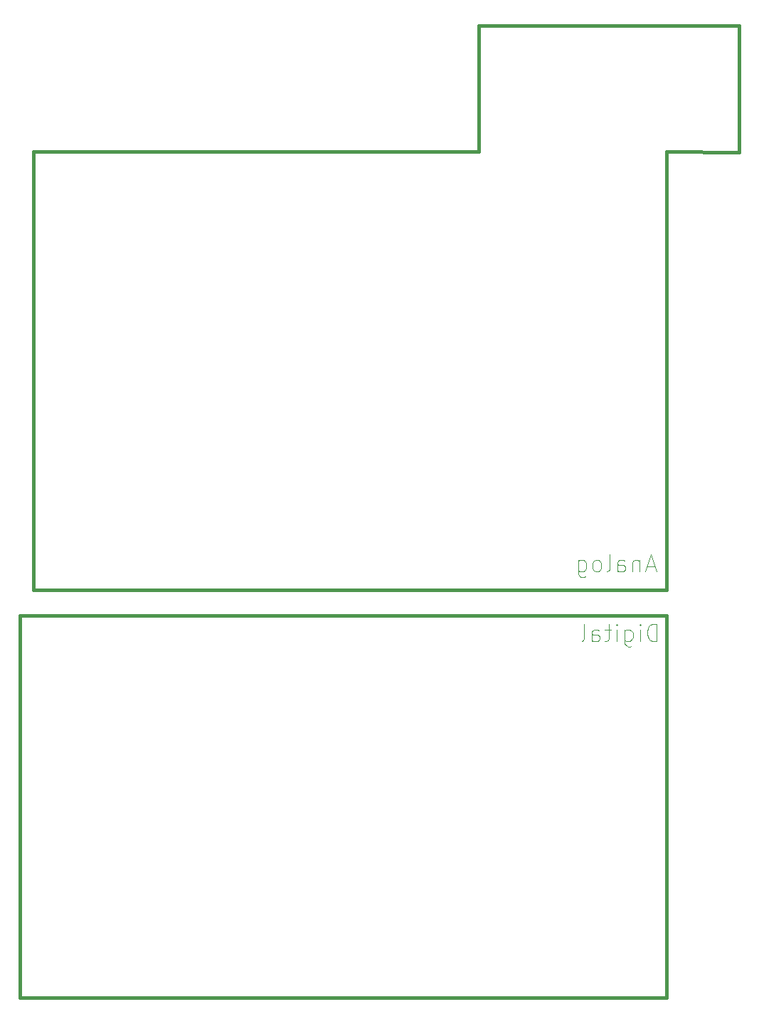
<source format=gbo>
G04 #@! TF.GenerationSoftware,KiCad,Pcbnew,9.0.0*
G04 #@! TF.CreationDate,2025-04-29T18:09:41-05:00*
G04 #@! TF.ProjectId,Mainboard,4d61696e-626f-4617-9264-2e6b69636164,rev?*
G04 #@! TF.SameCoordinates,Original*
G04 #@! TF.FileFunction,Legend,Bot*
G04 #@! TF.FilePolarity,Positive*
%FSLAX46Y46*%
G04 Gerber Fmt 4.6, Leading zero omitted, Abs format (unit mm)*
G04 Created by KiCad (PCBNEW 9.0.0) date 2025-04-29 18:09:41*
%MOMM*%
%LPD*%
G01*
G04 APERTURE LIST*
%ADD10C,0.400000*%
%ADD11C,0.125000*%
%ADD12R,1.700000X1.700000*%
%ADD13O,1.700000X1.700000*%
%ADD14O,1.600000X1.600000*%
%ADD15R,1.600000X1.600000*%
%ADD16C,1.600000*%
%ADD17C,0.700000*%
%ADD18C,4.400000*%
%ADD19C,4.572000*%
%ADD20C,1.561000*%
%ADD21R,1.561000X1.561000*%
G04 APERTURE END LIST*
D10*
X200150000Y-53950000D02*
X200150000Y-106075000D01*
X208800000Y-54000000D02*
X200150000Y-53950000D01*
X200150000Y-106075000D02*
X124750000Y-106075000D01*
X208800000Y-39000000D02*
X208800000Y-54000000D01*
X177800000Y-39000000D02*
X208800000Y-39000000D01*
X177800000Y-53950000D02*
X177800000Y-39000000D01*
X124750000Y-53950000D02*
X177800000Y-53950000D01*
X124750000Y-106075000D02*
X124750000Y-53950000D01*
D11*
X198966573Y-112173738D02*
X198966573Y-110173738D01*
X198966573Y-110173738D02*
X198490383Y-110173738D01*
X198490383Y-110173738D02*
X198204668Y-110268976D01*
X198204668Y-110268976D02*
X198014192Y-110459452D01*
X198014192Y-110459452D02*
X197918954Y-110649928D01*
X197918954Y-110649928D02*
X197823716Y-111030880D01*
X197823716Y-111030880D02*
X197823716Y-111316595D01*
X197823716Y-111316595D02*
X197918954Y-111697547D01*
X197918954Y-111697547D02*
X198014192Y-111888023D01*
X198014192Y-111888023D02*
X198204668Y-112078500D01*
X198204668Y-112078500D02*
X198490383Y-112173738D01*
X198490383Y-112173738D02*
X198966573Y-112173738D01*
X196966573Y-112173738D02*
X196966573Y-110840404D01*
X196966573Y-110173738D02*
X197061811Y-110268976D01*
X197061811Y-110268976D02*
X196966573Y-110364214D01*
X196966573Y-110364214D02*
X196871335Y-110268976D01*
X196871335Y-110268976D02*
X196966573Y-110173738D01*
X196966573Y-110173738D02*
X196966573Y-110364214D01*
X195157049Y-110840404D02*
X195157049Y-112459452D01*
X195157049Y-112459452D02*
X195252287Y-112649928D01*
X195252287Y-112649928D02*
X195347525Y-112745166D01*
X195347525Y-112745166D02*
X195538002Y-112840404D01*
X195538002Y-112840404D02*
X195823716Y-112840404D01*
X195823716Y-112840404D02*
X196014192Y-112745166D01*
X195157049Y-112078500D02*
X195347525Y-112173738D01*
X195347525Y-112173738D02*
X195728478Y-112173738D01*
X195728478Y-112173738D02*
X195918954Y-112078500D01*
X195918954Y-112078500D02*
X196014192Y-111983261D01*
X196014192Y-111983261D02*
X196109430Y-111792785D01*
X196109430Y-111792785D02*
X196109430Y-111221357D01*
X196109430Y-111221357D02*
X196014192Y-111030880D01*
X196014192Y-111030880D02*
X195918954Y-110935642D01*
X195918954Y-110935642D02*
X195728478Y-110840404D01*
X195728478Y-110840404D02*
X195347525Y-110840404D01*
X195347525Y-110840404D02*
X195157049Y-110935642D01*
X194204668Y-112173738D02*
X194204668Y-110840404D01*
X194204668Y-110173738D02*
X194299906Y-110268976D01*
X194299906Y-110268976D02*
X194204668Y-110364214D01*
X194204668Y-110364214D02*
X194109430Y-110268976D01*
X194109430Y-110268976D02*
X194204668Y-110173738D01*
X194204668Y-110173738D02*
X194204668Y-110364214D01*
X193538001Y-110840404D02*
X192776097Y-110840404D01*
X193252287Y-110173738D02*
X193252287Y-111888023D01*
X193252287Y-111888023D02*
X193157049Y-112078500D01*
X193157049Y-112078500D02*
X192966573Y-112173738D01*
X192966573Y-112173738D02*
X192776097Y-112173738D01*
X191252287Y-112173738D02*
X191252287Y-111126119D01*
X191252287Y-111126119D02*
X191347525Y-110935642D01*
X191347525Y-110935642D02*
X191538001Y-110840404D01*
X191538001Y-110840404D02*
X191918954Y-110840404D01*
X191918954Y-110840404D02*
X192109430Y-110935642D01*
X191252287Y-112078500D02*
X191442763Y-112173738D01*
X191442763Y-112173738D02*
X191918954Y-112173738D01*
X191918954Y-112173738D02*
X192109430Y-112078500D01*
X192109430Y-112078500D02*
X192204668Y-111888023D01*
X192204668Y-111888023D02*
X192204668Y-111697547D01*
X192204668Y-111697547D02*
X192109430Y-111507071D01*
X192109430Y-111507071D02*
X191918954Y-111411833D01*
X191918954Y-111411833D02*
X191442763Y-111411833D01*
X191442763Y-111411833D02*
X191252287Y-111316595D01*
X190014192Y-112173738D02*
X190204668Y-112078500D01*
X190204668Y-112078500D02*
X190299906Y-111888023D01*
X190299906Y-111888023D02*
X190299906Y-110173738D01*
X198761811Y-103327309D02*
X197809430Y-103327309D01*
X198952287Y-103898738D02*
X198285621Y-101898738D01*
X198285621Y-101898738D02*
X197618954Y-103898738D01*
X196952287Y-102565404D02*
X196952287Y-103898738D01*
X196952287Y-102755880D02*
X196857049Y-102660642D01*
X196857049Y-102660642D02*
X196666573Y-102565404D01*
X196666573Y-102565404D02*
X196380858Y-102565404D01*
X196380858Y-102565404D02*
X196190382Y-102660642D01*
X196190382Y-102660642D02*
X196095144Y-102851119D01*
X196095144Y-102851119D02*
X196095144Y-103898738D01*
X194285620Y-103898738D02*
X194285620Y-102851119D01*
X194285620Y-102851119D02*
X194380858Y-102660642D01*
X194380858Y-102660642D02*
X194571334Y-102565404D01*
X194571334Y-102565404D02*
X194952287Y-102565404D01*
X194952287Y-102565404D02*
X195142763Y-102660642D01*
X194285620Y-103803500D02*
X194476096Y-103898738D01*
X194476096Y-103898738D02*
X194952287Y-103898738D01*
X194952287Y-103898738D02*
X195142763Y-103803500D01*
X195142763Y-103803500D02*
X195238001Y-103613023D01*
X195238001Y-103613023D02*
X195238001Y-103422547D01*
X195238001Y-103422547D02*
X195142763Y-103232071D01*
X195142763Y-103232071D02*
X194952287Y-103136833D01*
X194952287Y-103136833D02*
X194476096Y-103136833D01*
X194476096Y-103136833D02*
X194285620Y-103041595D01*
X193047525Y-103898738D02*
X193238001Y-103803500D01*
X193238001Y-103803500D02*
X193333239Y-103613023D01*
X193333239Y-103613023D02*
X193333239Y-101898738D01*
X191999906Y-103898738D02*
X192190382Y-103803500D01*
X192190382Y-103803500D02*
X192285620Y-103708261D01*
X192285620Y-103708261D02*
X192380858Y-103517785D01*
X192380858Y-103517785D02*
X192380858Y-102946357D01*
X192380858Y-102946357D02*
X192285620Y-102755880D01*
X192285620Y-102755880D02*
X192190382Y-102660642D01*
X192190382Y-102660642D02*
X191999906Y-102565404D01*
X191999906Y-102565404D02*
X191714191Y-102565404D01*
X191714191Y-102565404D02*
X191523715Y-102660642D01*
X191523715Y-102660642D02*
X191428477Y-102755880D01*
X191428477Y-102755880D02*
X191333239Y-102946357D01*
X191333239Y-102946357D02*
X191333239Y-103517785D01*
X191333239Y-103517785D02*
X191428477Y-103708261D01*
X191428477Y-103708261D02*
X191523715Y-103803500D01*
X191523715Y-103803500D02*
X191714191Y-103898738D01*
X191714191Y-103898738D02*
X191999906Y-103898738D01*
X189618953Y-102565404D02*
X189618953Y-104184452D01*
X189618953Y-104184452D02*
X189714191Y-104374928D01*
X189714191Y-104374928D02*
X189809429Y-104470166D01*
X189809429Y-104470166D02*
X189999906Y-104565404D01*
X189999906Y-104565404D02*
X190285620Y-104565404D01*
X190285620Y-104565404D02*
X190476096Y-104470166D01*
X189618953Y-103803500D02*
X189809429Y-103898738D01*
X189809429Y-103898738D02*
X190190382Y-103898738D01*
X190190382Y-103898738D02*
X190380858Y-103803500D01*
X190380858Y-103803500D02*
X190476096Y-103708261D01*
X190476096Y-103708261D02*
X190571334Y-103517785D01*
X190571334Y-103517785D02*
X190571334Y-102946357D01*
X190571334Y-102946357D02*
X190476096Y-102755880D01*
X190476096Y-102755880D02*
X190380858Y-102660642D01*
X190380858Y-102660642D02*
X190190382Y-102565404D01*
X190190382Y-102565404D02*
X189809429Y-102565404D01*
X189809429Y-102565404D02*
X189618953Y-102660642D01*
D10*
X123150000Y-109150000D02*
X200100000Y-109150000D01*
X200100000Y-154650000D01*
X123150000Y-154650000D01*
X123150000Y-109150000D01*
%LPC*%
D12*
G04 #@! TO.C,J6*
X170000000Y-58525000D03*
D13*
X170000000Y-61065000D03*
G04 #@! TD*
D14*
G04 #@! TO.C,A1*
X192035000Y-120835000D03*
X192035000Y-123375000D03*
X192035000Y-125915000D03*
X192035000Y-128455000D03*
X192035000Y-130995000D03*
X192035000Y-133535000D03*
X192035000Y-136075000D03*
X192035000Y-138615000D03*
X179335000Y-138615000D03*
X179335000Y-136075000D03*
X179335000Y-133535000D03*
X179335000Y-130995000D03*
X179335000Y-128455000D03*
X179335000Y-125915000D03*
X179335000Y-123375000D03*
D15*
X179335000Y-120835000D03*
G04 #@! TD*
D16*
G04 #@! TO.C,C80*
X187050000Y-144375000D03*
D15*
X184550000Y-144375000D03*
G04 #@! TD*
D17*
G04 #@! TO.C,H1*
X218683274Y-154833274D03*
X219166548Y-153666548D03*
X219166548Y-156000000D03*
X220333274Y-153183274D03*
D18*
X220333274Y-154833274D03*
D17*
X220333274Y-156483274D03*
X221500000Y-153666548D03*
X221500000Y-156000000D03*
X221983274Y-154833274D03*
G04 #@! TD*
D16*
G04 #@! TO.C,C85*
X182100000Y-50400000D03*
D15*
X182100000Y-47900000D03*
G04 #@! TD*
D13*
G04 #@! TO.C,J5*
X189800000Y-97735000D03*
D12*
X189800000Y-100275000D03*
G04 #@! TD*
D14*
G04 #@! TO.C,A2*
X171327000Y-111124000D03*
X171327000Y-113664000D03*
X171327000Y-116204000D03*
X171327000Y-118744000D03*
X171327000Y-121284000D03*
X171327000Y-123824000D03*
X171327000Y-126364000D03*
X171327000Y-128904000D03*
X158627000Y-128904000D03*
X158627000Y-126364000D03*
X158627000Y-123824000D03*
X158627000Y-121284000D03*
X158627000Y-118744000D03*
X158627000Y-116204000D03*
X158627000Y-113664000D03*
D15*
X158627000Y-111124000D03*
G04 #@! TD*
D16*
G04 #@! TO.C,C78*
X204000000Y-50500000D03*
D15*
X204000000Y-48500000D03*
G04 #@! TD*
D16*
G04 #@! TO.C,C84*
X182100000Y-54755100D03*
D15*
X182100000Y-56755100D03*
G04 #@! TD*
D13*
G04 #@! TO.C,J4*
X155760000Y-88135000D03*
D12*
X158300000Y-88135000D03*
G04 #@! TD*
D16*
G04 #@! TO.C,C79*
X152623000Y-126433400D03*
D15*
X152623000Y-128933400D03*
G04 #@! TD*
D19*
G04 #@! TO.C,J3*
X128500000Y-115416000D03*
X128500000Y-148741000D03*
D20*
X127077000Y-123849000D03*
X127077000Y-126592000D03*
X127077000Y-129336000D03*
X127077000Y-132079000D03*
X127077000Y-134822000D03*
X127077000Y-137565000D03*
X127077000Y-140308000D03*
X129922000Y-122478000D03*
X129922000Y-125221000D03*
X129922000Y-127964000D03*
X129922000Y-130707000D03*
X129922000Y-133450000D03*
X129922000Y-136194000D03*
X129922000Y-138937000D03*
D21*
X129922000Y-141680000D03*
G04 #@! TD*
D16*
G04 #@! TO.C,C81*
X204000000Y-57455100D03*
D15*
X204000000Y-55455100D03*
G04 #@! TD*
D19*
G04 #@! TO.C,J2*
X128500000Y-65916000D03*
X128500000Y-99241000D03*
D20*
X127077000Y-74349000D03*
X127077000Y-77092000D03*
X127077000Y-79836000D03*
X127077000Y-82579000D03*
X127077000Y-85322000D03*
X127077000Y-88065000D03*
X127077000Y-90808000D03*
X129922000Y-72978000D03*
X129922000Y-75721000D03*
X129922000Y-78464000D03*
X129922000Y-81207000D03*
X129922000Y-83950000D03*
X129922000Y-86694000D03*
X129922000Y-89437000D03*
D21*
X129922000Y-92180000D03*
G04 #@! TD*
D16*
G04 #@! TO.C,C77*
X204000000Y-41455100D03*
D15*
X204000000Y-43455100D03*
G04 #@! TD*
D16*
G04 #@! TO.C,C83*
X152623000Y-149274000D03*
D15*
X152623000Y-151774000D03*
G04 #@! TD*
D16*
G04 #@! TO.C,C82*
X204000000Y-64455100D03*
D15*
X204000000Y-62455100D03*
G04 #@! TD*
D19*
G04 #@! TO.C,J1*
X215627000Y-71733000D03*
X215627000Y-38408000D03*
D20*
X217050000Y-63300000D03*
X217050000Y-60557000D03*
X217050000Y-57813000D03*
X217050000Y-55070000D03*
X217050000Y-52327000D03*
X217050000Y-49584000D03*
X217050000Y-46841000D03*
X214205000Y-64671000D03*
X214205000Y-61928000D03*
X214205000Y-59185000D03*
X214205000Y-56442000D03*
X214205000Y-53699000D03*
X214205000Y-50955000D03*
X214205000Y-48212000D03*
D21*
X214205000Y-45469000D03*
G04 #@! TD*
D16*
G04 #@! TO.C,U1*
X147120000Y-49000000D03*
X149660000Y-49000000D03*
X147120000Y-46460000D03*
X149660000Y-46460000D03*
X147120000Y-43920000D03*
X149660000Y-43920000D03*
X147120000Y-41380000D03*
X149660000Y-41380000D03*
X147120000Y-38840000D03*
X149660000Y-38840000D03*
X124260000Y-38840000D03*
X121720000Y-36300000D03*
X124260000Y-36300000D03*
X126800000Y-36300000D03*
X129340000Y-36300000D03*
X131880000Y-36300000D03*
X134420000Y-36300000D03*
X136960000Y-36300000D03*
X139500000Y-36300000D03*
X142040000Y-36300000D03*
X144580000Y-36300000D03*
X147120000Y-36300000D03*
X149660000Y-36300000D03*
X152200000Y-36300000D03*
X154740000Y-36300000D03*
X154740000Y-38840000D03*
X154740000Y-41380000D03*
X154740000Y-43920000D03*
X154740000Y-46460000D03*
X154740000Y-49000000D03*
X154740000Y-51540000D03*
X152200000Y-51540000D03*
X149660000Y-51540000D03*
X147120000Y-51540000D03*
X144580000Y-51540000D03*
X142040000Y-51540000D03*
X139500000Y-51540000D03*
X136960000Y-51540000D03*
X134420000Y-51540000D03*
X131880000Y-51540000D03*
X129340000Y-51540000D03*
X126800000Y-51540000D03*
X124260000Y-51540000D03*
X121720000Y-51540000D03*
G04 #@! TD*
G04 #@! TO.C,C35*
X183595000Y-88905000D03*
D15*
X181595000Y-88905000D03*
G04 #@! TD*
D14*
G04 #@! TO.C,A3*
X171327000Y-133934000D03*
X171327000Y-136474000D03*
X171327000Y-139014000D03*
X171327000Y-141554000D03*
X171327000Y-144094000D03*
X171327000Y-146634000D03*
X171327000Y-149174000D03*
X171327000Y-151714000D03*
X158627000Y-151714000D03*
X158627000Y-149174000D03*
X158627000Y-146634000D03*
X158627000Y-144094000D03*
X158627000Y-141554000D03*
X158627000Y-139014000D03*
X158627000Y-136474000D03*
D15*
X158627000Y-133934000D03*
G04 #@! TD*
%LPD*%
M02*

</source>
